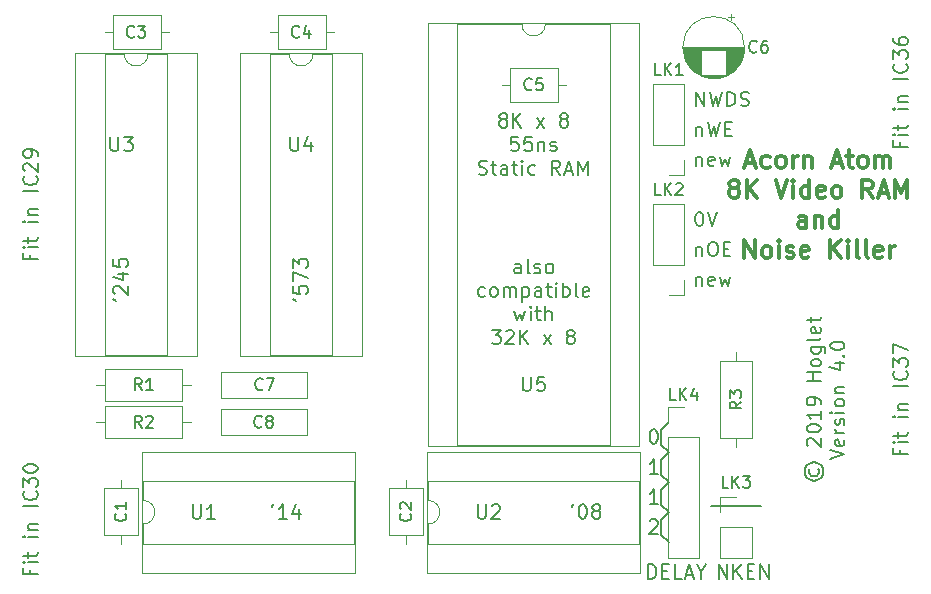
<source format=gto>
G04 #@! TF.GenerationSoftware,KiCad,Pcbnew,5.0.2-bee76a0~70~ubuntu16.04.1*
G04 #@! TF.CreationDate,2019-07-25T13:08:08+01:00*
G04 #@! TF.ProjectId,AtomRamAndNoiseKiller,41746f6d-5261-46d4-916e-644e6f697365,rev?*
G04 #@! TF.SameCoordinates,PX8e4fe28PY93c3260*
G04 #@! TF.FileFunction,Legend,Top*
G04 #@! TF.FilePolarity,Positive*
%FSLAX46Y46*%
G04 Gerber Fmt 4.6, Leading zero omitted, Abs format (unit mm)*
G04 Created by KiCad (PCBNEW 5.0.2-bee76a0~70~ubuntu16.04.1) date Thu 25 Jul 2019 13:08:08 BST*
%MOMM*%
%LPD*%
G01*
G04 APERTURE LIST*
%ADD10C,0.200000*%
%ADD11C,0.300000*%
%ADD12C,0.120000*%
%ADD13C,0.150000*%
G04 APERTURE END LIST*
D10*
X54610000Y5080000D02*
X55245000Y4445000D01*
X54610000Y6350000D02*
X54610000Y5080000D01*
X55245000Y6985000D02*
X54610000Y6350000D01*
X54610000Y7620000D02*
X55245000Y6985000D01*
X54610000Y8890000D02*
X54610000Y7620000D01*
X55245000Y9525000D02*
X54610000Y8890000D01*
X54610000Y10160000D02*
X55245000Y9525000D01*
X54610000Y11430000D02*
X54610000Y10160000D01*
X55245000Y12065000D02*
X54610000Y11430000D01*
X54610000Y12700000D02*
X55245000Y12065000D01*
X54610000Y13970000D02*
X54610000Y12700000D01*
X55245000Y14605000D02*
X54610000Y13970000D01*
X47174285Y7642143D02*
X47060000Y7413572D01*
X47917142Y7642143D02*
X48031428Y7642143D01*
X48145714Y7585000D01*
X48202857Y7527858D01*
X48260000Y7413572D01*
X48317142Y7185000D01*
X48317142Y6899286D01*
X48260000Y6670715D01*
X48202857Y6556429D01*
X48145714Y6499286D01*
X48031428Y6442143D01*
X47917142Y6442143D01*
X47802857Y6499286D01*
X47745714Y6556429D01*
X47688571Y6670715D01*
X47631428Y6899286D01*
X47631428Y7185000D01*
X47688571Y7413572D01*
X47745714Y7527858D01*
X47802857Y7585000D01*
X47917142Y7642143D01*
X49002857Y7127858D02*
X48888571Y7185000D01*
X48831428Y7242143D01*
X48774285Y7356429D01*
X48774285Y7413572D01*
X48831428Y7527858D01*
X48888571Y7585000D01*
X49002857Y7642143D01*
X49231428Y7642143D01*
X49345714Y7585000D01*
X49402857Y7527858D01*
X49460000Y7413572D01*
X49460000Y7356429D01*
X49402857Y7242143D01*
X49345714Y7185000D01*
X49231428Y7127858D01*
X49002857Y7127858D01*
X48888571Y7070715D01*
X48831428Y7013572D01*
X48774285Y6899286D01*
X48774285Y6670715D01*
X48831428Y6556429D01*
X48888571Y6499286D01*
X49002857Y6442143D01*
X49231428Y6442143D01*
X49345714Y6499286D01*
X49402857Y6556429D01*
X49460000Y6670715D01*
X49460000Y6899286D01*
X49402857Y7013572D01*
X49345714Y7070715D01*
X49231428Y7127858D01*
X53632142Y6257858D02*
X53689285Y6315000D01*
X53803571Y6372143D01*
X54089285Y6372143D01*
X54203571Y6315000D01*
X54260714Y6257858D01*
X54317857Y6143572D01*
X54317857Y6029286D01*
X54260714Y5857858D01*
X53575000Y5172143D01*
X54317857Y5172143D01*
X53917857Y13992143D02*
X54032142Y13992143D01*
X54146428Y13935000D01*
X54203571Y13877858D01*
X54260714Y13763572D01*
X54317857Y13535000D01*
X54317857Y13249286D01*
X54260714Y13020715D01*
X54203571Y12906429D01*
X54146428Y12849286D01*
X54032142Y12792143D01*
X53917857Y12792143D01*
X53803571Y12849286D01*
X53746428Y12906429D01*
X53689285Y13020715D01*
X53632142Y13249286D01*
X53632142Y13535000D01*
X53689285Y13763572D01*
X53746428Y13877858D01*
X53803571Y13935000D01*
X53917857Y13992143D01*
X54317857Y10252143D02*
X53632142Y10252143D01*
X53975000Y10252143D02*
X53975000Y11452143D01*
X53860714Y11280715D01*
X53746428Y11166429D01*
X53632142Y11109286D01*
X54317857Y7712143D02*
X53632142Y7712143D01*
X53975000Y7712143D02*
X53975000Y8912143D01*
X53860714Y8740715D01*
X53746428Y8626429D01*
X53632142Y8569286D01*
X53508571Y1362143D02*
X53508571Y2562143D01*
X53794285Y2562143D01*
X53965714Y2505000D01*
X54080000Y2390715D01*
X54137142Y2276429D01*
X54194285Y2047858D01*
X54194285Y1876429D01*
X54137142Y1647858D01*
X54080000Y1533572D01*
X53965714Y1419286D01*
X53794285Y1362143D01*
X53508571Y1362143D01*
X54708571Y1990715D02*
X55108571Y1990715D01*
X55280000Y1362143D02*
X54708571Y1362143D01*
X54708571Y2562143D01*
X55280000Y2562143D01*
X56365714Y1362143D02*
X55794285Y1362143D01*
X55794285Y2562143D01*
X56708571Y1705000D02*
X57280000Y1705000D01*
X56594285Y1362143D02*
X56994285Y2562143D01*
X57394285Y1362143D01*
X58022857Y1933572D02*
X58022857Y1362143D01*
X57622857Y2562143D02*
X58022857Y1933572D01*
X58422857Y2562143D01*
X67208571Y10652858D02*
X67151428Y10538572D01*
X67151428Y10310000D01*
X67208571Y10195715D01*
X67322857Y10081429D01*
X67437142Y10024286D01*
X67665714Y10024286D01*
X67780000Y10081429D01*
X67894285Y10195715D01*
X67951428Y10310000D01*
X67951428Y10538572D01*
X67894285Y10652858D01*
X66751428Y10424286D02*
X66808571Y10138572D01*
X66980000Y9852858D01*
X67265714Y9681429D01*
X67551428Y9624286D01*
X67837142Y9681429D01*
X68122857Y9852858D01*
X68294285Y10138572D01*
X68351428Y10424286D01*
X68294285Y10710000D01*
X68122857Y10995715D01*
X67837142Y11167143D01*
X67551428Y11224286D01*
X67265714Y11167143D01*
X66980000Y10995715D01*
X66808571Y10710000D01*
X66751428Y10424286D01*
X67037142Y12595715D02*
X66980000Y12652858D01*
X66922857Y12767143D01*
X66922857Y13052858D01*
X66980000Y13167143D01*
X67037142Y13224286D01*
X67151428Y13281429D01*
X67265714Y13281429D01*
X67437142Y13224286D01*
X68122857Y12538572D01*
X68122857Y13281429D01*
X66922857Y14024286D02*
X66922857Y14138572D01*
X66980000Y14252858D01*
X67037142Y14310000D01*
X67151428Y14367143D01*
X67380000Y14424286D01*
X67665714Y14424286D01*
X67894285Y14367143D01*
X68008571Y14310000D01*
X68065714Y14252858D01*
X68122857Y14138572D01*
X68122857Y14024286D01*
X68065714Y13910000D01*
X68008571Y13852858D01*
X67894285Y13795715D01*
X67665714Y13738572D01*
X67380000Y13738572D01*
X67151428Y13795715D01*
X67037142Y13852858D01*
X66980000Y13910000D01*
X66922857Y14024286D01*
X68122857Y15567143D02*
X68122857Y14881429D01*
X68122857Y15224286D02*
X66922857Y15224286D01*
X67094285Y15110000D01*
X67208571Y14995715D01*
X67265714Y14881429D01*
X68122857Y16138572D02*
X68122857Y16367143D01*
X68065714Y16481429D01*
X68008571Y16538572D01*
X67837142Y16652858D01*
X67608571Y16710000D01*
X67151428Y16710000D01*
X67037142Y16652858D01*
X66980000Y16595715D01*
X66922857Y16481429D01*
X66922857Y16252858D01*
X66980000Y16138572D01*
X67037142Y16081429D01*
X67151428Y16024286D01*
X67437142Y16024286D01*
X67551428Y16081429D01*
X67608571Y16138572D01*
X67665714Y16252858D01*
X67665714Y16481429D01*
X67608571Y16595715D01*
X67551428Y16652858D01*
X67437142Y16710000D01*
X68122857Y18138572D02*
X66922857Y18138572D01*
X67494285Y18138572D02*
X67494285Y18824286D01*
X68122857Y18824286D02*
X66922857Y18824286D01*
X68122857Y19567143D02*
X68065714Y19452858D01*
X68008571Y19395715D01*
X67894285Y19338572D01*
X67551428Y19338572D01*
X67437142Y19395715D01*
X67380000Y19452858D01*
X67322857Y19567143D01*
X67322857Y19738572D01*
X67380000Y19852858D01*
X67437142Y19910000D01*
X67551428Y19967143D01*
X67894285Y19967143D01*
X68008571Y19910000D01*
X68065714Y19852858D01*
X68122857Y19738572D01*
X68122857Y19567143D01*
X67322857Y20995715D02*
X68294285Y20995715D01*
X68408571Y20938572D01*
X68465714Y20881429D01*
X68522857Y20767143D01*
X68522857Y20595715D01*
X68465714Y20481429D01*
X68065714Y20995715D02*
X68122857Y20881429D01*
X68122857Y20652858D01*
X68065714Y20538572D01*
X68008571Y20481429D01*
X67894285Y20424286D01*
X67551428Y20424286D01*
X67437142Y20481429D01*
X67380000Y20538572D01*
X67322857Y20652858D01*
X67322857Y20881429D01*
X67380000Y20995715D01*
X68122857Y21738572D02*
X68065714Y21624286D01*
X67951428Y21567143D01*
X66922857Y21567143D01*
X68065714Y22652858D02*
X68122857Y22538572D01*
X68122857Y22310000D01*
X68065714Y22195715D01*
X67951428Y22138572D01*
X67494285Y22138572D01*
X67380000Y22195715D01*
X67322857Y22310000D01*
X67322857Y22538572D01*
X67380000Y22652858D01*
X67494285Y22710000D01*
X67608571Y22710000D01*
X67722857Y22138572D01*
X67322857Y23052858D02*
X67322857Y23510000D01*
X66922857Y23224286D02*
X67951428Y23224286D01*
X68065714Y23281429D01*
X68122857Y23395715D01*
X68122857Y23510000D01*
X68922857Y11481429D02*
X70122857Y11881429D01*
X68922857Y12281429D01*
X70065714Y13138572D02*
X70122857Y13024286D01*
X70122857Y12795715D01*
X70065714Y12681429D01*
X69951428Y12624286D01*
X69494285Y12624286D01*
X69380000Y12681429D01*
X69322857Y12795715D01*
X69322857Y13024286D01*
X69380000Y13138572D01*
X69494285Y13195715D01*
X69608571Y13195715D01*
X69722857Y12624286D01*
X70122857Y13710000D02*
X69322857Y13710000D01*
X69551428Y13710000D02*
X69437142Y13767143D01*
X69380000Y13824286D01*
X69322857Y13938572D01*
X69322857Y14052858D01*
X70065714Y14395715D02*
X70122857Y14510000D01*
X70122857Y14738572D01*
X70065714Y14852858D01*
X69951428Y14910000D01*
X69894285Y14910000D01*
X69780000Y14852858D01*
X69722857Y14738572D01*
X69722857Y14567143D01*
X69665714Y14452858D01*
X69551428Y14395715D01*
X69494285Y14395715D01*
X69380000Y14452858D01*
X69322857Y14567143D01*
X69322857Y14738572D01*
X69380000Y14852858D01*
X70122857Y15424286D02*
X69322857Y15424286D01*
X68922857Y15424286D02*
X68980000Y15367143D01*
X69037142Y15424286D01*
X68980000Y15481429D01*
X68922857Y15424286D01*
X69037142Y15424286D01*
X70122857Y16167143D02*
X70065714Y16052858D01*
X70008571Y15995715D01*
X69894285Y15938572D01*
X69551428Y15938572D01*
X69437142Y15995715D01*
X69380000Y16052858D01*
X69322857Y16167143D01*
X69322857Y16338572D01*
X69380000Y16452858D01*
X69437142Y16510000D01*
X69551428Y16567143D01*
X69894285Y16567143D01*
X70008571Y16510000D01*
X70065714Y16452858D01*
X70122857Y16338572D01*
X70122857Y16167143D01*
X69322857Y17081429D02*
X70122857Y17081429D01*
X69437142Y17081429D02*
X69380000Y17138572D01*
X69322857Y17252858D01*
X69322857Y17424286D01*
X69380000Y17538572D01*
X69494285Y17595715D01*
X70122857Y17595715D01*
X69322857Y19595715D02*
X70122857Y19595715D01*
X68865714Y19310000D02*
X69722857Y19024286D01*
X69722857Y19767143D01*
X70008571Y20224286D02*
X70065714Y20281429D01*
X70122857Y20224286D01*
X70065714Y20167143D01*
X70008571Y20224286D01*
X70122857Y20224286D01*
X68922857Y21024286D02*
X68922857Y21138572D01*
X68980000Y21252858D01*
X69037142Y21310000D01*
X69151428Y21367143D01*
X69380000Y21424286D01*
X69665714Y21424286D01*
X69894285Y21367143D01*
X70008571Y21310000D01*
X70065714Y21252858D01*
X70122857Y21138572D01*
X70122857Y21024286D01*
X70065714Y20910000D01*
X70008571Y20852858D01*
X69894285Y20795715D01*
X69665714Y20738572D01*
X69380000Y20738572D01*
X69151428Y20795715D01*
X69037142Y20852858D01*
X68980000Y20910000D01*
X68922857Y21024286D01*
X42729285Y27222143D02*
X42729285Y27850715D01*
X42672142Y27965000D01*
X42557857Y28022143D01*
X42329285Y28022143D01*
X42215000Y27965000D01*
X42729285Y27279286D02*
X42615000Y27222143D01*
X42329285Y27222143D01*
X42215000Y27279286D01*
X42157857Y27393572D01*
X42157857Y27507858D01*
X42215000Y27622143D01*
X42329285Y27679286D01*
X42615000Y27679286D01*
X42729285Y27736429D01*
X43472142Y27222143D02*
X43357857Y27279286D01*
X43300714Y27393572D01*
X43300714Y28422143D01*
X43872142Y27279286D02*
X43986428Y27222143D01*
X44215000Y27222143D01*
X44329285Y27279286D01*
X44386428Y27393572D01*
X44386428Y27450715D01*
X44329285Y27565000D01*
X44215000Y27622143D01*
X44043571Y27622143D01*
X43929285Y27679286D01*
X43872142Y27793572D01*
X43872142Y27850715D01*
X43929285Y27965000D01*
X44043571Y28022143D01*
X44215000Y28022143D01*
X44329285Y27965000D01*
X45072142Y27222143D02*
X44957857Y27279286D01*
X44900714Y27336429D01*
X44843571Y27450715D01*
X44843571Y27793572D01*
X44900714Y27907858D01*
X44957857Y27965000D01*
X45072142Y28022143D01*
X45243571Y28022143D01*
X45357857Y27965000D01*
X45415000Y27907858D01*
X45472142Y27793572D01*
X45472142Y27450715D01*
X45415000Y27336429D01*
X45357857Y27279286D01*
X45243571Y27222143D01*
X45072142Y27222143D01*
X39672142Y25279286D02*
X39557857Y25222143D01*
X39329285Y25222143D01*
X39215000Y25279286D01*
X39157857Y25336429D01*
X39100714Y25450715D01*
X39100714Y25793572D01*
X39157857Y25907858D01*
X39215000Y25965000D01*
X39329285Y26022143D01*
X39557857Y26022143D01*
X39672142Y25965000D01*
X40357857Y25222143D02*
X40243571Y25279286D01*
X40186428Y25336429D01*
X40129285Y25450715D01*
X40129285Y25793572D01*
X40186428Y25907858D01*
X40243571Y25965000D01*
X40357857Y26022143D01*
X40529285Y26022143D01*
X40643571Y25965000D01*
X40700714Y25907858D01*
X40757857Y25793572D01*
X40757857Y25450715D01*
X40700714Y25336429D01*
X40643571Y25279286D01*
X40529285Y25222143D01*
X40357857Y25222143D01*
X41272142Y25222143D02*
X41272142Y26022143D01*
X41272142Y25907858D02*
X41329285Y25965000D01*
X41443571Y26022143D01*
X41615000Y26022143D01*
X41729285Y25965000D01*
X41786428Y25850715D01*
X41786428Y25222143D01*
X41786428Y25850715D02*
X41843571Y25965000D01*
X41957857Y26022143D01*
X42129285Y26022143D01*
X42243571Y25965000D01*
X42300714Y25850715D01*
X42300714Y25222143D01*
X42872142Y26022143D02*
X42872142Y24822143D01*
X42872142Y25965000D02*
X42986428Y26022143D01*
X43215000Y26022143D01*
X43329285Y25965000D01*
X43386428Y25907858D01*
X43443571Y25793572D01*
X43443571Y25450715D01*
X43386428Y25336429D01*
X43329285Y25279286D01*
X43215000Y25222143D01*
X42986428Y25222143D01*
X42872142Y25279286D01*
X44472142Y25222143D02*
X44472142Y25850715D01*
X44415000Y25965000D01*
X44300714Y26022143D01*
X44072142Y26022143D01*
X43957857Y25965000D01*
X44472142Y25279286D02*
X44357857Y25222143D01*
X44072142Y25222143D01*
X43957857Y25279286D01*
X43900714Y25393572D01*
X43900714Y25507858D01*
X43957857Y25622143D01*
X44072142Y25679286D01*
X44357857Y25679286D01*
X44472142Y25736429D01*
X44872142Y26022143D02*
X45329285Y26022143D01*
X45043571Y26422143D02*
X45043571Y25393572D01*
X45100714Y25279286D01*
X45215000Y25222143D01*
X45329285Y25222143D01*
X45729285Y25222143D02*
X45729285Y26022143D01*
X45729285Y26422143D02*
X45672142Y26365000D01*
X45729285Y26307858D01*
X45786428Y26365000D01*
X45729285Y26422143D01*
X45729285Y26307858D01*
X46300714Y25222143D02*
X46300714Y26422143D01*
X46300714Y25965000D02*
X46415000Y26022143D01*
X46643571Y26022143D01*
X46757857Y25965000D01*
X46815000Y25907858D01*
X46872142Y25793572D01*
X46872142Y25450715D01*
X46815000Y25336429D01*
X46757857Y25279286D01*
X46643571Y25222143D01*
X46415000Y25222143D01*
X46300714Y25279286D01*
X47557857Y25222143D02*
X47443571Y25279286D01*
X47386428Y25393572D01*
X47386428Y26422143D01*
X48472142Y25279286D02*
X48357857Y25222143D01*
X48129285Y25222143D01*
X48015000Y25279286D01*
X47957857Y25393572D01*
X47957857Y25850715D01*
X48015000Y25965000D01*
X48129285Y26022143D01*
X48357857Y26022143D01*
X48472142Y25965000D01*
X48529285Y25850715D01*
X48529285Y25736429D01*
X47957857Y25622143D01*
X42186428Y24022143D02*
X42415000Y23222143D01*
X42643571Y23793572D01*
X42872142Y23222143D01*
X43100714Y24022143D01*
X43557857Y23222143D02*
X43557857Y24022143D01*
X43557857Y24422143D02*
X43500714Y24365000D01*
X43557857Y24307858D01*
X43615000Y24365000D01*
X43557857Y24422143D01*
X43557857Y24307858D01*
X43957857Y24022143D02*
X44415000Y24022143D01*
X44129285Y24422143D02*
X44129285Y23393572D01*
X44186428Y23279286D01*
X44300714Y23222143D01*
X44415000Y23222143D01*
X44815000Y23222143D02*
X44815000Y24422143D01*
X45329285Y23222143D02*
X45329285Y23850715D01*
X45272142Y23965000D01*
X45157857Y24022143D01*
X44986428Y24022143D01*
X44872142Y23965000D01*
X44815000Y23907858D01*
X40272142Y22422143D02*
X41015000Y22422143D01*
X40615000Y21965000D01*
X40786428Y21965000D01*
X40900714Y21907858D01*
X40957857Y21850715D01*
X41015000Y21736429D01*
X41015000Y21450715D01*
X40957857Y21336429D01*
X40900714Y21279286D01*
X40786428Y21222143D01*
X40443571Y21222143D01*
X40329285Y21279286D01*
X40272142Y21336429D01*
X41472142Y22307858D02*
X41529285Y22365000D01*
X41643571Y22422143D01*
X41929285Y22422143D01*
X42043571Y22365000D01*
X42100714Y22307858D01*
X42157857Y22193572D01*
X42157857Y22079286D01*
X42100714Y21907858D01*
X41415000Y21222143D01*
X42157857Y21222143D01*
X42672142Y21222143D02*
X42672142Y22422143D01*
X43357857Y21222143D02*
X42843571Y21907858D01*
X43357857Y22422143D02*
X42672142Y21736429D01*
X44672142Y21222143D02*
X45300714Y22022143D01*
X44672142Y22022143D02*
X45300714Y21222143D01*
X46843571Y21907858D02*
X46729285Y21965000D01*
X46672142Y22022143D01*
X46615000Y22136429D01*
X46615000Y22193572D01*
X46672142Y22307858D01*
X46729285Y22365000D01*
X46843571Y22422143D01*
X47072142Y22422143D01*
X47186428Y22365000D01*
X47243571Y22307858D01*
X47300714Y22193572D01*
X47300714Y22136429D01*
X47243571Y22022143D01*
X47186428Y21965000D01*
X47072142Y21907858D01*
X46843571Y21907858D01*
X46729285Y21850715D01*
X46672142Y21793572D01*
X46615000Y21679286D01*
X46615000Y21450715D01*
X46672142Y21336429D01*
X46729285Y21279286D01*
X46843571Y21222143D01*
X47072142Y21222143D01*
X47186428Y21279286D01*
X47243571Y21336429D01*
X47300714Y21450715D01*
X47300714Y21679286D01*
X47243571Y21793572D01*
X47186428Y21850715D01*
X47072142Y21907858D01*
X57565714Y37087143D02*
X57565714Y36287143D01*
X57565714Y36972858D02*
X57622857Y37030000D01*
X57737142Y37087143D01*
X57908571Y37087143D01*
X58022857Y37030000D01*
X58080000Y36915715D01*
X58080000Y36287143D01*
X59108571Y36344286D02*
X58994285Y36287143D01*
X58765714Y36287143D01*
X58651428Y36344286D01*
X58594285Y36458572D01*
X58594285Y36915715D01*
X58651428Y37030000D01*
X58765714Y37087143D01*
X58994285Y37087143D01*
X59108571Y37030000D01*
X59165714Y36915715D01*
X59165714Y36801429D01*
X58594285Y36687143D01*
X59565714Y37087143D02*
X59794285Y36287143D01*
X60022857Y36858572D01*
X60251428Y36287143D01*
X60480000Y37087143D01*
X57565714Y26927143D02*
X57565714Y26127143D01*
X57565714Y26812858D02*
X57622857Y26870000D01*
X57737142Y26927143D01*
X57908571Y26927143D01*
X58022857Y26870000D01*
X58080000Y26755715D01*
X58080000Y26127143D01*
X59108571Y26184286D02*
X58994285Y26127143D01*
X58765714Y26127143D01*
X58651428Y26184286D01*
X58594285Y26298572D01*
X58594285Y26755715D01*
X58651428Y26870000D01*
X58765714Y26927143D01*
X58994285Y26927143D01*
X59108571Y26870000D01*
X59165714Y26755715D01*
X59165714Y26641429D01*
X58594285Y26527143D01*
X59565714Y26927143D02*
X59794285Y26127143D01*
X60022857Y26698572D01*
X60251428Y26127143D01*
X60480000Y26927143D01*
X57794285Y32407143D02*
X57908571Y32407143D01*
X58022857Y32350000D01*
X58080000Y32292858D01*
X58137142Y32178572D01*
X58194285Y31950000D01*
X58194285Y31664286D01*
X58137142Y31435715D01*
X58080000Y31321429D01*
X58022857Y31264286D01*
X57908571Y31207143D01*
X57794285Y31207143D01*
X57680000Y31264286D01*
X57622857Y31321429D01*
X57565714Y31435715D01*
X57508571Y31664286D01*
X57508571Y31950000D01*
X57565714Y32178572D01*
X57622857Y32292858D01*
X57680000Y32350000D01*
X57794285Y32407143D01*
X58537142Y32407143D02*
X58937142Y31207143D01*
X59337142Y32407143D01*
X57565714Y41367143D02*
X57565714Y42567143D01*
X58251428Y41367143D01*
X58251428Y42567143D01*
X58708571Y42567143D02*
X58994285Y41367143D01*
X59222857Y42224286D01*
X59451428Y41367143D01*
X59737142Y42567143D01*
X60194285Y41367143D02*
X60194285Y42567143D01*
X60480000Y42567143D01*
X60651428Y42510000D01*
X60765714Y42395715D01*
X60822857Y42281429D01*
X60880000Y42052858D01*
X60880000Y41881429D01*
X60822857Y41652858D01*
X60765714Y41538572D01*
X60651428Y41424286D01*
X60480000Y41367143D01*
X60194285Y41367143D01*
X61337142Y41424286D02*
X61508571Y41367143D01*
X61794285Y41367143D01*
X61908571Y41424286D01*
X61965714Y41481429D01*
X62022857Y41595715D01*
X62022857Y41710000D01*
X61965714Y41824286D01*
X61908571Y41881429D01*
X61794285Y41938572D01*
X61565714Y41995715D01*
X61451428Y42052858D01*
X61394285Y42110000D01*
X61337142Y42224286D01*
X61337142Y42338572D01*
X61394285Y42452858D01*
X61451428Y42510000D01*
X61565714Y42567143D01*
X61851428Y42567143D01*
X62022857Y42510000D01*
X57565714Y29467143D02*
X57565714Y28667143D01*
X57565714Y29352858D02*
X57622857Y29410000D01*
X57737142Y29467143D01*
X57908571Y29467143D01*
X58022857Y29410000D01*
X58080000Y29295715D01*
X58080000Y28667143D01*
X58880000Y29867143D02*
X59108571Y29867143D01*
X59222857Y29810000D01*
X59337142Y29695715D01*
X59394285Y29467143D01*
X59394285Y29067143D01*
X59337142Y28838572D01*
X59222857Y28724286D01*
X59108571Y28667143D01*
X58880000Y28667143D01*
X58765714Y28724286D01*
X58651428Y28838572D01*
X58594285Y29067143D01*
X58594285Y29467143D01*
X58651428Y29695715D01*
X58765714Y29810000D01*
X58880000Y29867143D01*
X59908571Y29295715D02*
X60308571Y29295715D01*
X60480000Y28667143D02*
X59908571Y28667143D01*
X59908571Y29867143D01*
X60480000Y29867143D01*
X57565714Y39627143D02*
X57565714Y38827143D01*
X57565714Y39512858D02*
X57622857Y39570000D01*
X57737142Y39627143D01*
X57908571Y39627143D01*
X58022857Y39570000D01*
X58080000Y39455715D01*
X58080000Y38827143D01*
X58537142Y40027143D02*
X58822857Y38827143D01*
X59051428Y39684286D01*
X59280000Y38827143D01*
X59565714Y40027143D01*
X60022857Y39455715D02*
X60422857Y39455715D01*
X60594285Y38827143D02*
X60022857Y38827143D01*
X60022857Y40027143D01*
X60594285Y40027143D01*
X41129285Y40242858D02*
X41015000Y40300000D01*
X40957857Y40357143D01*
X40900714Y40471429D01*
X40900714Y40528572D01*
X40957857Y40642858D01*
X41015000Y40700000D01*
X41129285Y40757143D01*
X41357857Y40757143D01*
X41472142Y40700000D01*
X41529285Y40642858D01*
X41586428Y40528572D01*
X41586428Y40471429D01*
X41529285Y40357143D01*
X41472142Y40300000D01*
X41357857Y40242858D01*
X41129285Y40242858D01*
X41015000Y40185715D01*
X40957857Y40128572D01*
X40900714Y40014286D01*
X40900714Y39785715D01*
X40957857Y39671429D01*
X41015000Y39614286D01*
X41129285Y39557143D01*
X41357857Y39557143D01*
X41472142Y39614286D01*
X41529285Y39671429D01*
X41586428Y39785715D01*
X41586428Y40014286D01*
X41529285Y40128572D01*
X41472142Y40185715D01*
X41357857Y40242858D01*
X42100714Y39557143D02*
X42100714Y40757143D01*
X42786428Y39557143D02*
X42272142Y40242858D01*
X42786428Y40757143D02*
X42100714Y40071429D01*
X44100714Y39557143D02*
X44729285Y40357143D01*
X44100714Y40357143D02*
X44729285Y39557143D01*
X46272142Y40242858D02*
X46157857Y40300000D01*
X46100714Y40357143D01*
X46043571Y40471429D01*
X46043571Y40528572D01*
X46100714Y40642858D01*
X46157857Y40700000D01*
X46272142Y40757143D01*
X46500714Y40757143D01*
X46615000Y40700000D01*
X46672142Y40642858D01*
X46729285Y40528572D01*
X46729285Y40471429D01*
X46672142Y40357143D01*
X46615000Y40300000D01*
X46500714Y40242858D01*
X46272142Y40242858D01*
X46157857Y40185715D01*
X46100714Y40128572D01*
X46043571Y40014286D01*
X46043571Y39785715D01*
X46100714Y39671429D01*
X46157857Y39614286D01*
X46272142Y39557143D01*
X46500714Y39557143D01*
X46615000Y39614286D01*
X46672142Y39671429D01*
X46729285Y39785715D01*
X46729285Y40014286D01*
X46672142Y40128572D01*
X46615000Y40185715D01*
X46500714Y40242858D01*
X42500714Y38757143D02*
X41929285Y38757143D01*
X41872142Y38185715D01*
X41929285Y38242858D01*
X42043571Y38300000D01*
X42329285Y38300000D01*
X42443571Y38242858D01*
X42500714Y38185715D01*
X42557857Y38071429D01*
X42557857Y37785715D01*
X42500714Y37671429D01*
X42443571Y37614286D01*
X42329285Y37557143D01*
X42043571Y37557143D01*
X41929285Y37614286D01*
X41872142Y37671429D01*
X43643571Y38757143D02*
X43072142Y38757143D01*
X43015000Y38185715D01*
X43072142Y38242858D01*
X43186428Y38300000D01*
X43472142Y38300000D01*
X43586428Y38242858D01*
X43643571Y38185715D01*
X43700714Y38071429D01*
X43700714Y37785715D01*
X43643571Y37671429D01*
X43586428Y37614286D01*
X43472142Y37557143D01*
X43186428Y37557143D01*
X43072142Y37614286D01*
X43015000Y37671429D01*
X44215000Y38357143D02*
X44215000Y37557143D01*
X44215000Y38242858D02*
X44272142Y38300000D01*
X44386428Y38357143D01*
X44557857Y38357143D01*
X44672142Y38300000D01*
X44729285Y38185715D01*
X44729285Y37557143D01*
X45243571Y37614286D02*
X45357857Y37557143D01*
X45586428Y37557143D01*
X45700714Y37614286D01*
X45757857Y37728572D01*
X45757857Y37785715D01*
X45700714Y37900000D01*
X45586428Y37957143D01*
X45415000Y37957143D01*
X45300714Y38014286D01*
X45243571Y38128572D01*
X45243571Y38185715D01*
X45300714Y38300000D01*
X45415000Y38357143D01*
X45586428Y38357143D01*
X45700714Y38300000D01*
X39186428Y35614286D02*
X39357857Y35557143D01*
X39643571Y35557143D01*
X39757857Y35614286D01*
X39815000Y35671429D01*
X39872142Y35785715D01*
X39872142Y35900000D01*
X39815000Y36014286D01*
X39757857Y36071429D01*
X39643571Y36128572D01*
X39415000Y36185715D01*
X39300714Y36242858D01*
X39243571Y36300000D01*
X39186428Y36414286D01*
X39186428Y36528572D01*
X39243571Y36642858D01*
X39300714Y36700000D01*
X39415000Y36757143D01*
X39700714Y36757143D01*
X39872142Y36700000D01*
X40215000Y36357143D02*
X40672142Y36357143D01*
X40386428Y36757143D02*
X40386428Y35728572D01*
X40443571Y35614286D01*
X40557857Y35557143D01*
X40672142Y35557143D01*
X41586428Y35557143D02*
X41586428Y36185715D01*
X41529285Y36300000D01*
X41415000Y36357143D01*
X41186428Y36357143D01*
X41072142Y36300000D01*
X41586428Y35614286D02*
X41472142Y35557143D01*
X41186428Y35557143D01*
X41072142Y35614286D01*
X41015000Y35728572D01*
X41015000Y35842858D01*
X41072142Y35957143D01*
X41186428Y36014286D01*
X41472142Y36014286D01*
X41586428Y36071429D01*
X41986428Y36357143D02*
X42443571Y36357143D01*
X42157857Y36757143D02*
X42157857Y35728572D01*
X42215000Y35614286D01*
X42329285Y35557143D01*
X42443571Y35557143D01*
X42843571Y35557143D02*
X42843571Y36357143D01*
X42843571Y36757143D02*
X42786428Y36700000D01*
X42843571Y36642858D01*
X42900714Y36700000D01*
X42843571Y36757143D01*
X42843571Y36642858D01*
X43929285Y35614286D02*
X43815000Y35557143D01*
X43586428Y35557143D01*
X43472142Y35614286D01*
X43415000Y35671429D01*
X43357857Y35785715D01*
X43357857Y36128572D01*
X43415000Y36242858D01*
X43472142Y36300000D01*
X43586428Y36357143D01*
X43815000Y36357143D01*
X43929285Y36300000D01*
X46043571Y35557143D02*
X45643571Y36128572D01*
X45357857Y35557143D02*
X45357857Y36757143D01*
X45815000Y36757143D01*
X45929285Y36700000D01*
X45986428Y36642858D01*
X46043571Y36528572D01*
X46043571Y36357143D01*
X45986428Y36242858D01*
X45929285Y36185715D01*
X45815000Y36128572D01*
X45357857Y36128572D01*
X46500714Y35900000D02*
X47072142Y35900000D01*
X46386428Y35557143D02*
X46786428Y36757143D01*
X47186428Y35557143D01*
X47586428Y35557143D02*
X47586428Y36757143D01*
X47986428Y35900000D01*
X48386428Y36757143D01*
X48386428Y35557143D01*
X58801000Y7493000D02*
X63068200Y7493000D01*
X21774285Y7642143D02*
X21660000Y7413572D01*
X22917142Y6442143D02*
X22231428Y6442143D01*
X22574285Y6442143D02*
X22574285Y7642143D01*
X22460000Y7470715D01*
X22345714Y7356429D01*
X22231428Y7299286D01*
X23945714Y7242143D02*
X23945714Y6442143D01*
X23660000Y7699286D02*
X23374285Y6842143D01*
X24117142Y6842143D01*
X23472857Y25012858D02*
X23701428Y24898572D01*
X23472857Y26098572D02*
X23472857Y25527143D01*
X24044285Y25470000D01*
X23987142Y25527143D01*
X23930000Y25641429D01*
X23930000Y25927143D01*
X23987142Y26041429D01*
X24044285Y26098572D01*
X24158571Y26155715D01*
X24444285Y26155715D01*
X24558571Y26098572D01*
X24615714Y26041429D01*
X24672857Y25927143D01*
X24672857Y25641429D01*
X24615714Y25527143D01*
X24558571Y25470000D01*
X23472857Y26555715D02*
X23472857Y27355715D01*
X24672857Y26841429D01*
X23472857Y27698572D02*
X23472857Y28441429D01*
X23930000Y28041429D01*
X23930000Y28212858D01*
X23987142Y28327143D01*
X24044285Y28384286D01*
X24158571Y28441429D01*
X24444285Y28441429D01*
X24558571Y28384286D01*
X24615714Y28327143D01*
X24672857Y28212858D01*
X24672857Y27870000D01*
X24615714Y27755715D01*
X24558571Y27698572D01*
X8232857Y25012858D02*
X8461428Y24898572D01*
X8347142Y25470000D02*
X8290000Y25527143D01*
X8232857Y25641429D01*
X8232857Y25927143D01*
X8290000Y26041429D01*
X8347142Y26098572D01*
X8461428Y26155715D01*
X8575714Y26155715D01*
X8747142Y26098572D01*
X9432857Y25412858D01*
X9432857Y26155715D01*
X8632857Y27184286D02*
X9432857Y27184286D01*
X8175714Y26898572D02*
X9032857Y26612858D01*
X9032857Y27355715D01*
X8232857Y28384286D02*
X8232857Y27812858D01*
X8804285Y27755715D01*
X8747142Y27812858D01*
X8690000Y27927143D01*
X8690000Y28212858D01*
X8747142Y28327143D01*
X8804285Y28384286D01*
X8918571Y28441429D01*
X9204285Y28441429D01*
X9318571Y28384286D01*
X9375714Y28327143D01*
X9432857Y28212858D01*
X9432857Y27927143D01*
X9375714Y27812858D01*
X9318571Y27755715D01*
X74844285Y12281429D02*
X74844285Y11881429D01*
X75472857Y11881429D02*
X74272857Y11881429D01*
X74272857Y12452858D01*
X75472857Y12910000D02*
X74672857Y12910000D01*
X74272857Y12910000D02*
X74330000Y12852858D01*
X74387142Y12910000D01*
X74330000Y12967143D01*
X74272857Y12910000D01*
X74387142Y12910000D01*
X74672857Y13310000D02*
X74672857Y13767143D01*
X74272857Y13481429D02*
X75301428Y13481429D01*
X75415714Y13538572D01*
X75472857Y13652858D01*
X75472857Y13767143D01*
X75472857Y15081429D02*
X74672857Y15081429D01*
X74272857Y15081429D02*
X74330000Y15024286D01*
X74387142Y15081429D01*
X74330000Y15138572D01*
X74272857Y15081429D01*
X74387142Y15081429D01*
X74672857Y15652858D02*
X75472857Y15652858D01*
X74787142Y15652858D02*
X74730000Y15710000D01*
X74672857Y15824286D01*
X74672857Y15995715D01*
X74730000Y16110000D01*
X74844285Y16167143D01*
X75472857Y16167143D01*
X75472857Y17652858D02*
X74272857Y17652858D01*
X75358571Y18910000D02*
X75415714Y18852858D01*
X75472857Y18681429D01*
X75472857Y18567143D01*
X75415714Y18395715D01*
X75301428Y18281429D01*
X75187142Y18224286D01*
X74958571Y18167143D01*
X74787142Y18167143D01*
X74558571Y18224286D01*
X74444285Y18281429D01*
X74330000Y18395715D01*
X74272857Y18567143D01*
X74272857Y18681429D01*
X74330000Y18852858D01*
X74387142Y18910000D01*
X74272857Y19310000D02*
X74272857Y20052858D01*
X74730000Y19652858D01*
X74730000Y19824286D01*
X74787142Y19938572D01*
X74844285Y19995715D01*
X74958571Y20052858D01*
X75244285Y20052858D01*
X75358571Y19995715D01*
X75415714Y19938572D01*
X75472857Y19824286D01*
X75472857Y19481429D01*
X75415714Y19367143D01*
X75358571Y19310000D01*
X74272857Y20452858D02*
X74272857Y21252858D01*
X75472857Y20738572D01*
X74844285Y38316429D02*
X74844285Y37916429D01*
X75472857Y37916429D02*
X74272857Y37916429D01*
X74272857Y38487858D01*
X75472857Y38945000D02*
X74672857Y38945000D01*
X74272857Y38945000D02*
X74330000Y38887858D01*
X74387142Y38945000D01*
X74330000Y39002143D01*
X74272857Y38945000D01*
X74387142Y38945000D01*
X74672857Y39345000D02*
X74672857Y39802143D01*
X74272857Y39516429D02*
X75301428Y39516429D01*
X75415714Y39573572D01*
X75472857Y39687858D01*
X75472857Y39802143D01*
X75472857Y41116429D02*
X74672857Y41116429D01*
X74272857Y41116429D02*
X74330000Y41059286D01*
X74387142Y41116429D01*
X74330000Y41173572D01*
X74272857Y41116429D01*
X74387142Y41116429D01*
X74672857Y41687858D02*
X75472857Y41687858D01*
X74787142Y41687858D02*
X74730000Y41745000D01*
X74672857Y41859286D01*
X74672857Y42030715D01*
X74730000Y42145000D01*
X74844285Y42202143D01*
X75472857Y42202143D01*
X75472857Y43687858D02*
X74272857Y43687858D01*
X75358571Y44945000D02*
X75415714Y44887858D01*
X75472857Y44716429D01*
X75472857Y44602143D01*
X75415714Y44430715D01*
X75301428Y44316429D01*
X75187142Y44259286D01*
X74958571Y44202143D01*
X74787142Y44202143D01*
X74558571Y44259286D01*
X74444285Y44316429D01*
X74330000Y44430715D01*
X74272857Y44602143D01*
X74272857Y44716429D01*
X74330000Y44887858D01*
X74387142Y44945000D01*
X74272857Y45345000D02*
X74272857Y46087858D01*
X74730000Y45687858D01*
X74730000Y45859286D01*
X74787142Y45973572D01*
X74844285Y46030715D01*
X74958571Y46087858D01*
X75244285Y46087858D01*
X75358571Y46030715D01*
X75415714Y45973572D01*
X75472857Y45859286D01*
X75472857Y45516429D01*
X75415714Y45402143D01*
X75358571Y45345000D01*
X74272857Y47116429D02*
X74272857Y46887858D01*
X74330000Y46773572D01*
X74387142Y46716429D01*
X74558571Y46602143D01*
X74787142Y46545000D01*
X75244285Y46545000D01*
X75358571Y46602143D01*
X75415714Y46659286D01*
X75472857Y46773572D01*
X75472857Y47002143D01*
X75415714Y47116429D01*
X75358571Y47173572D01*
X75244285Y47230715D01*
X74958571Y47230715D01*
X74844285Y47173572D01*
X74787142Y47116429D01*
X74730000Y47002143D01*
X74730000Y46773572D01*
X74787142Y46659286D01*
X74844285Y46602143D01*
X74958571Y46545000D01*
X59480714Y1362143D02*
X59480714Y2562143D01*
X60166428Y1362143D01*
X60166428Y2562143D01*
X60737857Y1362143D02*
X60737857Y2562143D01*
X61423571Y1362143D02*
X60909285Y2047858D01*
X61423571Y2562143D02*
X60737857Y1876429D01*
X61937857Y1990715D02*
X62337857Y1990715D01*
X62509285Y1362143D02*
X61937857Y1362143D01*
X61937857Y2562143D01*
X62509285Y2562143D01*
X63023571Y1362143D02*
X63023571Y2562143D01*
X63709285Y1362143D01*
X63709285Y2562143D01*
X1184285Y2121429D02*
X1184285Y1721429D01*
X1812857Y1721429D02*
X612857Y1721429D01*
X612857Y2292858D01*
X1812857Y2750000D02*
X1012857Y2750000D01*
X612857Y2750000D02*
X670000Y2692858D01*
X727142Y2750000D01*
X670000Y2807143D01*
X612857Y2750000D01*
X727142Y2750000D01*
X1012857Y3150000D02*
X1012857Y3607143D01*
X612857Y3321429D02*
X1641428Y3321429D01*
X1755714Y3378572D01*
X1812857Y3492858D01*
X1812857Y3607143D01*
X1812857Y4921429D02*
X1012857Y4921429D01*
X612857Y4921429D02*
X670000Y4864286D01*
X727142Y4921429D01*
X670000Y4978572D01*
X612857Y4921429D01*
X727142Y4921429D01*
X1012857Y5492858D02*
X1812857Y5492858D01*
X1127142Y5492858D02*
X1070000Y5550000D01*
X1012857Y5664286D01*
X1012857Y5835715D01*
X1070000Y5950000D01*
X1184285Y6007143D01*
X1812857Y6007143D01*
X1812857Y7492858D02*
X612857Y7492858D01*
X1698571Y8750000D02*
X1755714Y8692858D01*
X1812857Y8521429D01*
X1812857Y8407143D01*
X1755714Y8235715D01*
X1641428Y8121429D01*
X1527142Y8064286D01*
X1298571Y8007143D01*
X1127142Y8007143D01*
X898571Y8064286D01*
X784285Y8121429D01*
X670000Y8235715D01*
X612857Y8407143D01*
X612857Y8521429D01*
X670000Y8692858D01*
X727142Y8750000D01*
X612857Y9150000D02*
X612857Y9892858D01*
X1070000Y9492858D01*
X1070000Y9664286D01*
X1127142Y9778572D01*
X1184285Y9835715D01*
X1298571Y9892858D01*
X1584285Y9892858D01*
X1698571Y9835715D01*
X1755714Y9778572D01*
X1812857Y9664286D01*
X1812857Y9321429D01*
X1755714Y9207143D01*
X1698571Y9150000D01*
X612857Y10635715D02*
X612857Y10750000D01*
X670000Y10864286D01*
X727142Y10921429D01*
X841428Y10978572D01*
X1070000Y11035715D01*
X1355714Y11035715D01*
X1584285Y10978572D01*
X1698571Y10921429D01*
X1755714Y10864286D01*
X1812857Y10750000D01*
X1812857Y10635715D01*
X1755714Y10521429D01*
X1698571Y10464286D01*
X1584285Y10407143D01*
X1355714Y10350000D01*
X1070000Y10350000D01*
X841428Y10407143D01*
X727142Y10464286D01*
X670000Y10521429D01*
X612857Y10635715D01*
X1184285Y28791429D02*
X1184285Y28391429D01*
X1812857Y28391429D02*
X612857Y28391429D01*
X612857Y28962858D01*
X1812857Y29420000D02*
X1012857Y29420000D01*
X612857Y29420000D02*
X670000Y29362858D01*
X727142Y29420000D01*
X670000Y29477143D01*
X612857Y29420000D01*
X727142Y29420000D01*
X1012857Y29820000D02*
X1012857Y30277143D01*
X612857Y29991429D02*
X1641428Y29991429D01*
X1755714Y30048572D01*
X1812857Y30162858D01*
X1812857Y30277143D01*
X1812857Y31591429D02*
X1012857Y31591429D01*
X612857Y31591429D02*
X670000Y31534286D01*
X727142Y31591429D01*
X670000Y31648572D01*
X612857Y31591429D01*
X727142Y31591429D01*
X1012857Y32162858D02*
X1812857Y32162858D01*
X1127142Y32162858D02*
X1070000Y32220000D01*
X1012857Y32334286D01*
X1012857Y32505715D01*
X1070000Y32620000D01*
X1184285Y32677143D01*
X1812857Y32677143D01*
X1812857Y34162858D02*
X612857Y34162858D01*
X1698571Y35420000D02*
X1755714Y35362858D01*
X1812857Y35191429D01*
X1812857Y35077143D01*
X1755714Y34905715D01*
X1641428Y34791429D01*
X1527142Y34734286D01*
X1298571Y34677143D01*
X1127142Y34677143D01*
X898571Y34734286D01*
X784285Y34791429D01*
X670000Y34905715D01*
X612857Y35077143D01*
X612857Y35191429D01*
X670000Y35362858D01*
X727142Y35420000D01*
X727142Y35877143D02*
X670000Y35934286D01*
X612857Y36048572D01*
X612857Y36334286D01*
X670000Y36448572D01*
X727142Y36505715D01*
X841428Y36562858D01*
X955714Y36562858D01*
X1127142Y36505715D01*
X1812857Y35820000D01*
X1812857Y36562858D01*
X1812857Y37134286D02*
X1812857Y37362858D01*
X1755714Y37477143D01*
X1698571Y37534286D01*
X1527142Y37648572D01*
X1298571Y37705715D01*
X841428Y37705715D01*
X727142Y37648572D01*
X670000Y37591429D01*
X612857Y37477143D01*
X612857Y37248572D01*
X670000Y37134286D01*
X727142Y37077143D01*
X841428Y37020000D01*
X1127142Y37020000D01*
X1241428Y37077143D01*
X1298571Y37134286D01*
X1355714Y37248572D01*
X1355714Y37477143D01*
X1298571Y37591429D01*
X1241428Y37648572D01*
X1127142Y37705715D01*
D11*
X61802142Y36595000D02*
X62516428Y36595000D01*
X61659285Y36166429D02*
X62159285Y37666429D01*
X62659285Y36166429D01*
X63802142Y36237858D02*
X63659285Y36166429D01*
X63373571Y36166429D01*
X63230714Y36237858D01*
X63159285Y36309286D01*
X63087857Y36452143D01*
X63087857Y36880715D01*
X63159285Y37023572D01*
X63230714Y37095000D01*
X63373571Y37166429D01*
X63659285Y37166429D01*
X63802142Y37095000D01*
X64659285Y36166429D02*
X64516428Y36237858D01*
X64445000Y36309286D01*
X64373571Y36452143D01*
X64373571Y36880715D01*
X64445000Y37023572D01*
X64516428Y37095000D01*
X64659285Y37166429D01*
X64873571Y37166429D01*
X65016428Y37095000D01*
X65087857Y37023572D01*
X65159285Y36880715D01*
X65159285Y36452143D01*
X65087857Y36309286D01*
X65016428Y36237858D01*
X64873571Y36166429D01*
X64659285Y36166429D01*
X65802142Y36166429D02*
X65802142Y37166429D01*
X65802142Y36880715D02*
X65873571Y37023572D01*
X65945000Y37095000D01*
X66087857Y37166429D01*
X66230714Y37166429D01*
X66730714Y37166429D02*
X66730714Y36166429D01*
X66730714Y37023572D02*
X66802142Y37095000D01*
X66945000Y37166429D01*
X67159285Y37166429D01*
X67302142Y37095000D01*
X67373571Y36952143D01*
X67373571Y36166429D01*
X69159285Y36595000D02*
X69873571Y36595000D01*
X69016428Y36166429D02*
X69516428Y37666429D01*
X70016428Y36166429D01*
X70302142Y37166429D02*
X70873571Y37166429D01*
X70516428Y37666429D02*
X70516428Y36380715D01*
X70587857Y36237858D01*
X70730714Y36166429D01*
X70873571Y36166429D01*
X71587857Y36166429D02*
X71445000Y36237858D01*
X71373571Y36309286D01*
X71302142Y36452143D01*
X71302142Y36880715D01*
X71373571Y37023572D01*
X71445000Y37095000D01*
X71587857Y37166429D01*
X71802142Y37166429D01*
X71945000Y37095000D01*
X72016428Y37023572D01*
X72087857Y36880715D01*
X72087857Y36452143D01*
X72016428Y36309286D01*
X71945000Y36237858D01*
X71802142Y36166429D01*
X71587857Y36166429D01*
X72730714Y36166429D02*
X72730714Y37166429D01*
X72730714Y37023572D02*
X72802142Y37095000D01*
X72945000Y37166429D01*
X73159285Y37166429D01*
X73302142Y37095000D01*
X73373571Y36952143D01*
X73373571Y36166429D01*
X73373571Y36952143D02*
X73445000Y37095000D01*
X73587857Y37166429D01*
X73802142Y37166429D01*
X73945000Y37095000D01*
X74016428Y36952143D01*
X74016428Y36166429D01*
X60659285Y34473572D02*
X60516428Y34545000D01*
X60445000Y34616429D01*
X60373571Y34759286D01*
X60373571Y34830715D01*
X60445000Y34973572D01*
X60516428Y35045000D01*
X60659285Y35116429D01*
X60945000Y35116429D01*
X61087857Y35045000D01*
X61159285Y34973572D01*
X61230714Y34830715D01*
X61230714Y34759286D01*
X61159285Y34616429D01*
X61087857Y34545000D01*
X60945000Y34473572D01*
X60659285Y34473572D01*
X60516428Y34402143D01*
X60445000Y34330715D01*
X60373571Y34187858D01*
X60373571Y33902143D01*
X60445000Y33759286D01*
X60516428Y33687858D01*
X60659285Y33616429D01*
X60945000Y33616429D01*
X61087857Y33687858D01*
X61159285Y33759286D01*
X61230714Y33902143D01*
X61230714Y34187858D01*
X61159285Y34330715D01*
X61087857Y34402143D01*
X60945000Y34473572D01*
X61873571Y33616429D02*
X61873571Y35116429D01*
X62730714Y33616429D02*
X62087857Y34473572D01*
X62730714Y35116429D02*
X61873571Y34259286D01*
X64302142Y35116429D02*
X64802142Y33616429D01*
X65302142Y35116429D01*
X65802142Y33616429D02*
X65802142Y34616429D01*
X65802142Y35116429D02*
X65730714Y35045000D01*
X65802142Y34973572D01*
X65873571Y35045000D01*
X65802142Y35116429D01*
X65802142Y34973572D01*
X67159285Y33616429D02*
X67159285Y35116429D01*
X67159285Y33687858D02*
X67016428Y33616429D01*
X66730714Y33616429D01*
X66587857Y33687858D01*
X66516428Y33759286D01*
X66445000Y33902143D01*
X66445000Y34330715D01*
X66516428Y34473572D01*
X66587857Y34545000D01*
X66730714Y34616429D01*
X67016428Y34616429D01*
X67159285Y34545000D01*
X68445000Y33687858D02*
X68302142Y33616429D01*
X68016428Y33616429D01*
X67873571Y33687858D01*
X67802142Y33830715D01*
X67802142Y34402143D01*
X67873571Y34545000D01*
X68016428Y34616429D01*
X68302142Y34616429D01*
X68445000Y34545000D01*
X68516428Y34402143D01*
X68516428Y34259286D01*
X67802142Y34116429D01*
X69373571Y33616429D02*
X69230714Y33687858D01*
X69159285Y33759286D01*
X69087857Y33902143D01*
X69087857Y34330715D01*
X69159285Y34473572D01*
X69230714Y34545000D01*
X69373571Y34616429D01*
X69587857Y34616429D01*
X69730714Y34545000D01*
X69802142Y34473572D01*
X69873571Y34330715D01*
X69873571Y33902143D01*
X69802142Y33759286D01*
X69730714Y33687858D01*
X69587857Y33616429D01*
X69373571Y33616429D01*
X72516428Y33616429D02*
X72016428Y34330715D01*
X71659285Y33616429D02*
X71659285Y35116429D01*
X72230714Y35116429D01*
X72373571Y35045000D01*
X72445000Y34973572D01*
X72516428Y34830715D01*
X72516428Y34616429D01*
X72445000Y34473572D01*
X72373571Y34402143D01*
X72230714Y34330715D01*
X71659285Y34330715D01*
X73087857Y34045000D02*
X73802142Y34045000D01*
X72945000Y33616429D02*
X73445000Y35116429D01*
X73945000Y33616429D01*
X74445000Y33616429D02*
X74445000Y35116429D01*
X74945000Y34045000D01*
X75445000Y35116429D01*
X75445000Y33616429D01*
X66909285Y31066429D02*
X66909285Y31852143D01*
X66837857Y31995000D01*
X66695000Y32066429D01*
X66409285Y32066429D01*
X66266428Y31995000D01*
X66909285Y31137858D02*
X66766428Y31066429D01*
X66409285Y31066429D01*
X66266428Y31137858D01*
X66195000Y31280715D01*
X66195000Y31423572D01*
X66266428Y31566429D01*
X66409285Y31637858D01*
X66766428Y31637858D01*
X66909285Y31709286D01*
X67623571Y32066429D02*
X67623571Y31066429D01*
X67623571Y31923572D02*
X67695000Y31995000D01*
X67837857Y32066429D01*
X68052142Y32066429D01*
X68195000Y31995000D01*
X68266428Y31852143D01*
X68266428Y31066429D01*
X69623571Y31066429D02*
X69623571Y32566429D01*
X69623571Y31137858D02*
X69480714Y31066429D01*
X69195000Y31066429D01*
X69052142Y31137858D01*
X68980714Y31209286D01*
X68909285Y31352143D01*
X68909285Y31780715D01*
X68980714Y31923572D01*
X69052142Y31995000D01*
X69195000Y32066429D01*
X69480714Y32066429D01*
X69623571Y31995000D01*
X61659285Y28516429D02*
X61659285Y30016429D01*
X62516428Y28516429D01*
X62516428Y30016429D01*
X63445000Y28516429D02*
X63302142Y28587858D01*
X63230714Y28659286D01*
X63159285Y28802143D01*
X63159285Y29230715D01*
X63230714Y29373572D01*
X63302142Y29445000D01*
X63445000Y29516429D01*
X63659285Y29516429D01*
X63802142Y29445000D01*
X63873571Y29373572D01*
X63945000Y29230715D01*
X63945000Y28802143D01*
X63873571Y28659286D01*
X63802142Y28587858D01*
X63659285Y28516429D01*
X63445000Y28516429D01*
X64587857Y28516429D02*
X64587857Y29516429D01*
X64587857Y30016429D02*
X64516428Y29945000D01*
X64587857Y29873572D01*
X64659285Y29945000D01*
X64587857Y30016429D01*
X64587857Y29873572D01*
X65230714Y28587858D02*
X65373571Y28516429D01*
X65659285Y28516429D01*
X65802142Y28587858D01*
X65873571Y28730715D01*
X65873571Y28802143D01*
X65802142Y28945000D01*
X65659285Y29016429D01*
X65445000Y29016429D01*
X65302142Y29087858D01*
X65230714Y29230715D01*
X65230714Y29302143D01*
X65302142Y29445000D01*
X65445000Y29516429D01*
X65659285Y29516429D01*
X65802142Y29445000D01*
X67087857Y28587858D02*
X66945000Y28516429D01*
X66659285Y28516429D01*
X66516428Y28587858D01*
X66445000Y28730715D01*
X66445000Y29302143D01*
X66516428Y29445000D01*
X66659285Y29516429D01*
X66945000Y29516429D01*
X67087857Y29445000D01*
X67159285Y29302143D01*
X67159285Y29159286D01*
X66445000Y29016429D01*
X68945000Y28516429D02*
X68945000Y30016429D01*
X69802142Y28516429D02*
X69159285Y29373572D01*
X69802142Y30016429D02*
X68945000Y29159286D01*
X70445000Y28516429D02*
X70445000Y29516429D01*
X70445000Y30016429D02*
X70373571Y29945000D01*
X70445000Y29873572D01*
X70516428Y29945000D01*
X70445000Y30016429D01*
X70445000Y29873572D01*
X71373571Y28516429D02*
X71230714Y28587858D01*
X71159285Y28730715D01*
X71159285Y30016429D01*
X72159285Y28516429D02*
X72016428Y28587858D01*
X71945000Y28730715D01*
X71945000Y30016429D01*
X73302142Y28587858D02*
X73159285Y28516429D01*
X72873571Y28516429D01*
X72730714Y28587858D01*
X72659285Y28730715D01*
X72659285Y29302143D01*
X72730714Y29445000D01*
X72873571Y29516429D01*
X73159285Y29516429D01*
X73302142Y29445000D01*
X73373571Y29302143D01*
X73373571Y29159286D01*
X72659285Y29016429D01*
X74016428Y28516429D02*
X74016428Y29516429D01*
X74016428Y29230715D02*
X74087857Y29373572D01*
X74159285Y29445000D01*
X74302142Y29516429D01*
X74445000Y29516429D01*
D12*
G04 #@! TO.C,LK4*
X55185000Y15935000D02*
X56515000Y15935000D01*
X55185000Y14605000D02*
X55185000Y15935000D01*
X55185000Y13335000D02*
X57845000Y13335000D01*
X57845000Y13335000D02*
X57845000Y3115000D01*
X55185000Y13335000D02*
X55185000Y3115000D01*
X55185000Y3115000D02*
X57845000Y3115000D01*
G04 #@! TO.C,U2*
X34805000Y12125000D02*
X34805000Y1845000D01*
X52825000Y12125000D02*
X34805000Y12125000D01*
X52825000Y1845000D02*
X52825000Y12125000D01*
X34805000Y1845000D02*
X52825000Y1845000D01*
X34865000Y9635000D02*
X34865000Y7985000D01*
X52765000Y9635000D02*
X34865000Y9635000D01*
X52765000Y4335000D02*
X52765000Y9635000D01*
X34865000Y4335000D02*
X52765000Y4335000D01*
X34865000Y5985000D02*
X34865000Y4335000D01*
X34865000Y7985000D02*
G75*
G02X34865000Y5985000I0J-1000000D01*
G01*
G04 #@! TO.C,LK3*
X59630000Y8315000D02*
X60960000Y8315000D01*
X59630000Y6985000D02*
X59630000Y8315000D01*
X59630000Y5715000D02*
X62290000Y5715000D01*
X62290000Y5715000D02*
X62290000Y3115000D01*
X59630000Y5715000D02*
X59630000Y3115000D01*
X59630000Y3115000D02*
X62290000Y3115000D01*
G04 #@! TO.C,LK2*
X56575000Y25340000D02*
X55245000Y25340000D01*
X56575000Y26670000D02*
X56575000Y25340000D01*
X56575000Y27940000D02*
X53915000Y27940000D01*
X53915000Y27940000D02*
X53915000Y33080000D01*
X56575000Y27940000D02*
X56575000Y33080000D01*
X56575000Y33080000D02*
X53915000Y33080000D01*
G04 #@! TO.C,LK1*
X56575000Y35500000D02*
X55245000Y35500000D01*
X56575000Y36830000D02*
X56575000Y35500000D01*
X56575000Y38100000D02*
X53915000Y38100000D01*
X53915000Y38100000D02*
X53915000Y43240000D01*
X56575000Y38100000D02*
X56575000Y43240000D01*
X56575000Y43240000D02*
X53915000Y43240000D01*
G04 #@! TO.C,C2*
X33020000Y4335000D02*
X33020000Y5025000D01*
X33020000Y9755000D02*
X33020000Y9065000D01*
X34440000Y5025000D02*
X34440000Y9065000D01*
X31600000Y5025000D02*
X34440000Y5025000D01*
X31600000Y9065000D02*
X31600000Y5025000D01*
X34440000Y9065000D02*
X31600000Y9065000D01*
G04 #@! TO.C,U1*
X10675000Y12125000D02*
X10675000Y1845000D01*
X28695000Y12125000D02*
X10675000Y12125000D01*
X28695000Y1845000D02*
X28695000Y12125000D01*
X10675000Y1845000D02*
X28695000Y1845000D01*
X10735000Y9635000D02*
X10735000Y7985000D01*
X28635000Y9635000D02*
X10735000Y9635000D01*
X28635000Y4335000D02*
X28635000Y9635000D01*
X10735000Y4335000D02*
X28635000Y4335000D01*
X10735000Y5985000D02*
X10735000Y4335000D01*
X10735000Y7985000D02*
G75*
G02X10735000Y5985000I0J-1000000D01*
G01*
G04 #@! TO.C,C8*
X24615000Y15725000D02*
X24615000Y13485000D01*
X17375000Y15725000D02*
X17375000Y13485000D01*
X17375000Y13485000D02*
X24615000Y13485000D01*
X17375000Y15725000D02*
X24615000Y15725000D01*
G04 #@! TO.C,C1*
X8890000Y4335000D02*
X8890000Y5025000D01*
X8890000Y9755000D02*
X8890000Y9065000D01*
X10310000Y5025000D02*
X10310000Y9065000D01*
X7470000Y5025000D02*
X10310000Y5025000D01*
X7470000Y9065000D02*
X7470000Y5025000D01*
X10310000Y9065000D02*
X7470000Y9065000D01*
G04 #@! TO.C,C3*
X7510000Y47625000D02*
X8200000Y47625000D01*
X12930000Y47625000D02*
X12240000Y47625000D01*
X8200000Y46205000D02*
X12240000Y46205000D01*
X8200000Y49045000D02*
X8200000Y46205000D01*
X12240000Y49045000D02*
X8200000Y49045000D01*
X12240000Y46205000D02*
X12240000Y49045000D01*
G04 #@! TO.C,C4*
X21480000Y47625000D02*
X22170000Y47625000D01*
X26900000Y47625000D02*
X26210000Y47625000D01*
X22170000Y46205000D02*
X26210000Y46205000D01*
X22170000Y49045000D02*
X22170000Y46205000D01*
X26210000Y49045000D02*
X22170000Y49045000D01*
X26210000Y46205000D02*
X26210000Y49045000D01*
G04 #@! TO.C,C5*
X41165000Y43180000D02*
X41855000Y43180000D01*
X46585000Y43180000D02*
X45895000Y43180000D01*
X41855000Y41760000D02*
X45895000Y41760000D01*
X41855000Y44600000D02*
X41855000Y41760000D01*
X45895000Y44600000D02*
X41855000Y44600000D01*
X45895000Y41760000D02*
X45895000Y44600000D01*
G04 #@! TO.C,U5*
X52765000Y48380000D02*
X34865000Y48380000D01*
X52765000Y12580000D02*
X52765000Y48380000D01*
X34865000Y12580000D02*
X52765000Y12580000D01*
X34865000Y48380000D02*
X34865000Y12580000D01*
X50275000Y48320000D02*
X44815000Y48320000D01*
X50275000Y12640000D02*
X50275000Y48320000D01*
X37355000Y12640000D02*
X50275000Y12640000D01*
X37355000Y48320000D02*
X37355000Y12640000D01*
X42815000Y48320000D02*
X37355000Y48320000D01*
X44815000Y48320000D02*
G75*
G02X42815000Y48320000I-1000000J0D01*
G01*
G04 #@! TO.C,C6*
X60780000Y48889775D02*
X60280000Y48889775D01*
X60530000Y49139775D02*
X60530000Y48639775D01*
X59339000Y43734000D02*
X58771000Y43734000D01*
X59573000Y43774000D02*
X58537000Y43774000D01*
X59732000Y43814000D02*
X58378000Y43814000D01*
X59860000Y43854000D02*
X58250000Y43854000D01*
X59970000Y43894000D02*
X58140000Y43894000D01*
X60066000Y43934000D02*
X58044000Y43934000D01*
X60153000Y43974000D02*
X57957000Y43974000D01*
X60233000Y44014000D02*
X57877000Y44014000D01*
X58015000Y44054000D02*
X57804000Y44054000D01*
X60306000Y44054000D02*
X60095000Y44054000D01*
X58015000Y44094000D02*
X57736000Y44094000D01*
X60374000Y44094000D02*
X60095000Y44094000D01*
X58015000Y44134000D02*
X57672000Y44134000D01*
X60438000Y44134000D02*
X60095000Y44134000D01*
X58015000Y44174000D02*
X57612000Y44174000D01*
X60498000Y44174000D02*
X60095000Y44174000D01*
X58015000Y44214000D02*
X57555000Y44214000D01*
X60555000Y44214000D02*
X60095000Y44214000D01*
X58015000Y44254000D02*
X57501000Y44254000D01*
X60609000Y44254000D02*
X60095000Y44254000D01*
X58015000Y44294000D02*
X57450000Y44294000D01*
X60660000Y44294000D02*
X60095000Y44294000D01*
X58015000Y44334000D02*
X57402000Y44334000D01*
X60708000Y44334000D02*
X60095000Y44334000D01*
X58015000Y44374000D02*
X57356000Y44374000D01*
X60754000Y44374000D02*
X60095000Y44374000D01*
X58015000Y44414000D02*
X57312000Y44414000D01*
X60798000Y44414000D02*
X60095000Y44414000D01*
X58015000Y44454000D02*
X57270000Y44454000D01*
X60840000Y44454000D02*
X60095000Y44454000D01*
X58015000Y44494000D02*
X57229000Y44494000D01*
X60881000Y44494000D02*
X60095000Y44494000D01*
X58015000Y44534000D02*
X57191000Y44534000D01*
X60919000Y44534000D02*
X60095000Y44534000D01*
X58015000Y44574000D02*
X57154000Y44574000D01*
X60956000Y44574000D02*
X60095000Y44574000D01*
X58015000Y44614000D02*
X57118000Y44614000D01*
X60992000Y44614000D02*
X60095000Y44614000D01*
X58015000Y44654000D02*
X57084000Y44654000D01*
X61026000Y44654000D02*
X60095000Y44654000D01*
X58015000Y44694000D02*
X57051000Y44694000D01*
X61059000Y44694000D02*
X60095000Y44694000D01*
X58015000Y44734000D02*
X57020000Y44734000D01*
X61090000Y44734000D02*
X60095000Y44734000D01*
X58015000Y44774000D02*
X56990000Y44774000D01*
X61120000Y44774000D02*
X60095000Y44774000D01*
X58015000Y44814000D02*
X56960000Y44814000D01*
X61150000Y44814000D02*
X60095000Y44814000D01*
X58015000Y44854000D02*
X56933000Y44854000D01*
X61177000Y44854000D02*
X60095000Y44854000D01*
X58015000Y44894000D02*
X56906000Y44894000D01*
X61204000Y44894000D02*
X60095000Y44894000D01*
X58015000Y44934000D02*
X56880000Y44934000D01*
X61230000Y44934000D02*
X60095000Y44934000D01*
X58015000Y44974000D02*
X56855000Y44974000D01*
X61255000Y44974000D02*
X60095000Y44974000D01*
X58015000Y45014000D02*
X56831000Y45014000D01*
X61279000Y45014000D02*
X60095000Y45014000D01*
X58015000Y45054000D02*
X56808000Y45054000D01*
X61302000Y45054000D02*
X60095000Y45054000D01*
X58015000Y45094000D02*
X56787000Y45094000D01*
X61323000Y45094000D02*
X60095000Y45094000D01*
X58015000Y45134000D02*
X56765000Y45134000D01*
X61345000Y45134000D02*
X60095000Y45134000D01*
X58015000Y45174000D02*
X56745000Y45174000D01*
X61365000Y45174000D02*
X60095000Y45174000D01*
X58015000Y45214000D02*
X56726000Y45214000D01*
X61384000Y45214000D02*
X60095000Y45214000D01*
X58015000Y45254000D02*
X56707000Y45254000D01*
X61403000Y45254000D02*
X60095000Y45254000D01*
X58015000Y45294000D02*
X56690000Y45294000D01*
X61420000Y45294000D02*
X60095000Y45294000D01*
X58015000Y45334000D02*
X56673000Y45334000D01*
X61437000Y45334000D02*
X60095000Y45334000D01*
X58015000Y45374000D02*
X56657000Y45374000D01*
X61453000Y45374000D02*
X60095000Y45374000D01*
X58015000Y45414000D02*
X56641000Y45414000D01*
X61469000Y45414000D02*
X60095000Y45414000D01*
X58015000Y45454000D02*
X56627000Y45454000D01*
X61483000Y45454000D02*
X60095000Y45454000D01*
X58015000Y45494000D02*
X56613000Y45494000D01*
X61497000Y45494000D02*
X60095000Y45494000D01*
X58015000Y45534000D02*
X56600000Y45534000D01*
X61510000Y45534000D02*
X60095000Y45534000D01*
X58015000Y45574000D02*
X56587000Y45574000D01*
X61523000Y45574000D02*
X60095000Y45574000D01*
X58015000Y45614000D02*
X56575000Y45614000D01*
X61535000Y45614000D02*
X60095000Y45614000D01*
X58015000Y45655000D02*
X56564000Y45655000D01*
X61546000Y45655000D02*
X60095000Y45655000D01*
X58015000Y45695000D02*
X56554000Y45695000D01*
X61556000Y45695000D02*
X60095000Y45695000D01*
X58015000Y45735000D02*
X56544000Y45735000D01*
X61566000Y45735000D02*
X60095000Y45735000D01*
X58015000Y45775000D02*
X56535000Y45775000D01*
X61575000Y45775000D02*
X60095000Y45775000D01*
X58015000Y45815000D02*
X56527000Y45815000D01*
X61583000Y45815000D02*
X60095000Y45815000D01*
X58015000Y45855000D02*
X56519000Y45855000D01*
X61591000Y45855000D02*
X60095000Y45855000D01*
X58015000Y45895000D02*
X56512000Y45895000D01*
X61598000Y45895000D02*
X60095000Y45895000D01*
X58015000Y45935000D02*
X56505000Y45935000D01*
X61605000Y45935000D02*
X60095000Y45935000D01*
X58015000Y45975000D02*
X56499000Y45975000D01*
X61611000Y45975000D02*
X60095000Y45975000D01*
X58015000Y46015000D02*
X56494000Y46015000D01*
X61616000Y46015000D02*
X60095000Y46015000D01*
X58015000Y46055000D02*
X56490000Y46055000D01*
X61620000Y46055000D02*
X60095000Y46055000D01*
X58015000Y46095000D02*
X56486000Y46095000D01*
X61624000Y46095000D02*
X60095000Y46095000D01*
X61628000Y46135000D02*
X56482000Y46135000D01*
X61631000Y46175000D02*
X56479000Y46175000D01*
X61633000Y46215000D02*
X56477000Y46215000D01*
X61634000Y46255000D02*
X56476000Y46255000D01*
X61635000Y46295000D02*
X56475000Y46295000D01*
X61635000Y46335000D02*
X56475000Y46335000D01*
X61675000Y46335000D02*
G75*
G03X61675000Y46335000I-2620000J0D01*
G01*
G04 #@! TO.C,C7*
X24615000Y18900000D02*
X24615000Y16660000D01*
X17375000Y18900000D02*
X17375000Y16660000D01*
X17375000Y16660000D02*
X24615000Y16660000D01*
X17375000Y18900000D02*
X24615000Y18900000D01*
G04 #@! TO.C,U3*
X15300000Y45840000D02*
X5020000Y45840000D01*
X15300000Y20200000D02*
X15300000Y45840000D01*
X5020000Y20200000D02*
X15300000Y20200000D01*
X5020000Y45840000D02*
X5020000Y20200000D01*
X12810000Y45780000D02*
X11160000Y45780000D01*
X12810000Y20260000D02*
X12810000Y45780000D01*
X7510000Y20260000D02*
X12810000Y20260000D01*
X7510000Y45780000D02*
X7510000Y20260000D01*
X9160000Y45780000D02*
X7510000Y45780000D01*
X11160000Y45780000D02*
G75*
G02X9160000Y45780000I-1000000J0D01*
G01*
G04 #@! TO.C,U4*
X29270000Y45840000D02*
X18990000Y45840000D01*
X29270000Y20200000D02*
X29270000Y45840000D01*
X18990000Y20200000D02*
X29270000Y20200000D01*
X18990000Y45840000D02*
X18990000Y20200000D01*
X26780000Y45780000D02*
X25130000Y45780000D01*
X26780000Y20260000D02*
X26780000Y45780000D01*
X21480000Y20260000D02*
X26780000Y20260000D01*
X21480000Y45780000D02*
X21480000Y20260000D01*
X23130000Y45780000D02*
X21480000Y45780000D01*
X25130000Y45780000D02*
G75*
G02X23130000Y45780000I-1000000J0D01*
G01*
G04 #@! TO.C,R3*
X60960000Y12470000D02*
X60960000Y13240000D01*
X60960000Y20550000D02*
X60960000Y19780000D01*
X62330000Y13240000D02*
X62330000Y19780000D01*
X59590000Y13240000D02*
X62330000Y13240000D01*
X59590000Y19780000D02*
X59590000Y13240000D01*
X62330000Y19780000D02*
X59590000Y19780000D01*
G04 #@! TO.C,R1*
X14835000Y17780000D02*
X14065000Y17780000D01*
X6755000Y17780000D02*
X7525000Y17780000D01*
X14065000Y19150000D02*
X7525000Y19150000D01*
X14065000Y16410000D02*
X14065000Y19150000D01*
X7525000Y16410000D02*
X14065000Y16410000D01*
X7525000Y19150000D02*
X7525000Y16410000D01*
G04 #@! TO.C,R2*
X14835000Y14605000D02*
X14065000Y14605000D01*
X6755000Y14605000D02*
X7525000Y14605000D01*
X14065000Y15975000D02*
X7525000Y15975000D01*
X14065000Y13235000D02*
X14065000Y15975000D01*
X7525000Y13235000D02*
X14065000Y13235000D01*
X7525000Y15975000D02*
X7525000Y13235000D01*
G04 #@! TO.C,LK4*
D13*
X55848333Y16482620D02*
X55372142Y16482620D01*
X55372142Y17482620D01*
X56181666Y16482620D02*
X56181666Y17482620D01*
X56753095Y16482620D02*
X56324523Y17054048D01*
X56753095Y17482620D02*
X56181666Y16911191D01*
X57610238Y17149286D02*
X57610238Y16482620D01*
X57372142Y17530239D02*
X57134047Y16815953D01*
X57753095Y16815953D01*
G04 #@! TO.C,U2*
D10*
X39090714Y7642143D02*
X39090714Y6670715D01*
X39147857Y6556429D01*
X39205000Y6499286D01*
X39319285Y6442143D01*
X39547857Y6442143D01*
X39662142Y6499286D01*
X39719285Y6556429D01*
X39776428Y6670715D01*
X39776428Y7642143D01*
X40290714Y7527858D02*
X40347857Y7585000D01*
X40462142Y7642143D01*
X40747857Y7642143D01*
X40862142Y7585000D01*
X40919285Y7527858D01*
X40976428Y7413572D01*
X40976428Y7299286D01*
X40919285Y7127858D01*
X40233571Y6442143D01*
X40976428Y6442143D01*
G04 #@! TO.C,LK3*
D13*
X60293333Y9072620D02*
X59817142Y9072620D01*
X59817142Y10072620D01*
X60626666Y9072620D02*
X60626666Y10072620D01*
X61198095Y9072620D02*
X60769523Y9644048D01*
X61198095Y10072620D02*
X60626666Y9501191D01*
X61531428Y10072620D02*
X62150476Y10072620D01*
X61817142Y9691667D01*
X61960000Y9691667D01*
X62055238Y9644048D01*
X62102857Y9596429D01*
X62150476Y9501191D01*
X62150476Y9263096D01*
X62102857Y9167858D01*
X62055238Y9120239D01*
X61960000Y9072620D01*
X61674285Y9072620D01*
X61579047Y9120239D01*
X61531428Y9167858D01*
G04 #@! TO.C,LK2*
X54578333Y33837620D02*
X54102142Y33837620D01*
X54102142Y34837620D01*
X54911666Y33837620D02*
X54911666Y34837620D01*
X55483095Y33837620D02*
X55054523Y34409048D01*
X55483095Y34837620D02*
X54911666Y34266191D01*
X55864047Y34742381D02*
X55911666Y34790000D01*
X56006904Y34837620D01*
X56245000Y34837620D01*
X56340238Y34790000D01*
X56387857Y34742381D01*
X56435476Y34647143D01*
X56435476Y34551905D01*
X56387857Y34409048D01*
X55816428Y33837620D01*
X56435476Y33837620D01*
G04 #@! TO.C,LK1*
X54578333Y43997620D02*
X54102142Y43997620D01*
X54102142Y44997620D01*
X54911666Y43997620D02*
X54911666Y44997620D01*
X55483095Y43997620D02*
X55054523Y44569048D01*
X55483095Y44997620D02*
X54911666Y44426191D01*
X56435476Y43997620D02*
X55864047Y43997620D01*
X56149761Y43997620D02*
X56149761Y44997620D01*
X56054523Y44854762D01*
X55959285Y44759524D01*
X55864047Y44711905D01*
G04 #@! TO.C,C2*
X33377142Y6878334D02*
X33424761Y6830715D01*
X33472380Y6687858D01*
X33472380Y6592620D01*
X33424761Y6449762D01*
X33329523Y6354524D01*
X33234285Y6306905D01*
X33043809Y6259286D01*
X32900952Y6259286D01*
X32710476Y6306905D01*
X32615238Y6354524D01*
X32520000Y6449762D01*
X32472380Y6592620D01*
X32472380Y6687858D01*
X32520000Y6830715D01*
X32567619Y6878334D01*
X32567619Y7259286D02*
X32520000Y7306905D01*
X32472380Y7402143D01*
X32472380Y7640239D01*
X32520000Y7735477D01*
X32567619Y7783096D01*
X32662857Y7830715D01*
X32758095Y7830715D01*
X32900952Y7783096D01*
X33472380Y7211667D01*
X33472380Y7830715D01*
G04 #@! TO.C,U1*
D10*
X14960714Y7642143D02*
X14960714Y6670715D01*
X15017857Y6556429D01*
X15075000Y6499286D01*
X15189285Y6442143D01*
X15417857Y6442143D01*
X15532142Y6499286D01*
X15589285Y6556429D01*
X15646428Y6670715D01*
X15646428Y7642143D01*
X16846428Y6442143D02*
X16160714Y6442143D01*
X16503571Y6442143D02*
X16503571Y7642143D01*
X16389285Y7470715D01*
X16275000Y7356429D01*
X16160714Y7299286D01*
G04 #@! TO.C,C8*
D13*
X20788333Y14247858D02*
X20740714Y14200239D01*
X20597857Y14152620D01*
X20502619Y14152620D01*
X20359761Y14200239D01*
X20264523Y14295477D01*
X20216904Y14390715D01*
X20169285Y14581191D01*
X20169285Y14724048D01*
X20216904Y14914524D01*
X20264523Y15009762D01*
X20359761Y15105000D01*
X20502619Y15152620D01*
X20597857Y15152620D01*
X20740714Y15105000D01*
X20788333Y15057381D01*
X21359761Y14724048D02*
X21264523Y14771667D01*
X21216904Y14819286D01*
X21169285Y14914524D01*
X21169285Y14962143D01*
X21216904Y15057381D01*
X21264523Y15105000D01*
X21359761Y15152620D01*
X21550238Y15152620D01*
X21645476Y15105000D01*
X21693095Y15057381D01*
X21740714Y14962143D01*
X21740714Y14914524D01*
X21693095Y14819286D01*
X21645476Y14771667D01*
X21550238Y14724048D01*
X21359761Y14724048D01*
X21264523Y14676429D01*
X21216904Y14628810D01*
X21169285Y14533572D01*
X21169285Y14343096D01*
X21216904Y14247858D01*
X21264523Y14200239D01*
X21359761Y14152620D01*
X21550238Y14152620D01*
X21645476Y14200239D01*
X21693095Y14247858D01*
X21740714Y14343096D01*
X21740714Y14533572D01*
X21693095Y14628810D01*
X21645476Y14676429D01*
X21550238Y14724048D01*
G04 #@! TO.C,C1*
X9247142Y6878334D02*
X9294761Y6830715D01*
X9342380Y6687858D01*
X9342380Y6592620D01*
X9294761Y6449762D01*
X9199523Y6354524D01*
X9104285Y6306905D01*
X8913809Y6259286D01*
X8770952Y6259286D01*
X8580476Y6306905D01*
X8485238Y6354524D01*
X8390000Y6449762D01*
X8342380Y6592620D01*
X8342380Y6687858D01*
X8390000Y6830715D01*
X8437619Y6878334D01*
X9342380Y7830715D02*
X9342380Y7259286D01*
X9342380Y7545000D02*
X8342380Y7545000D01*
X8485238Y7449762D01*
X8580476Y7354524D01*
X8628095Y7259286D01*
G04 #@! TO.C,C3*
X9993333Y47267858D02*
X9945714Y47220239D01*
X9802857Y47172620D01*
X9707619Y47172620D01*
X9564761Y47220239D01*
X9469523Y47315477D01*
X9421904Y47410715D01*
X9374285Y47601191D01*
X9374285Y47744048D01*
X9421904Y47934524D01*
X9469523Y48029762D01*
X9564761Y48125000D01*
X9707619Y48172620D01*
X9802857Y48172620D01*
X9945714Y48125000D01*
X9993333Y48077381D01*
X10326666Y48172620D02*
X10945714Y48172620D01*
X10612380Y47791667D01*
X10755238Y47791667D01*
X10850476Y47744048D01*
X10898095Y47696429D01*
X10945714Y47601191D01*
X10945714Y47363096D01*
X10898095Y47267858D01*
X10850476Y47220239D01*
X10755238Y47172620D01*
X10469523Y47172620D01*
X10374285Y47220239D01*
X10326666Y47267858D01*
G04 #@! TO.C,C4*
X23963333Y47267858D02*
X23915714Y47220239D01*
X23772857Y47172620D01*
X23677619Y47172620D01*
X23534761Y47220239D01*
X23439523Y47315477D01*
X23391904Y47410715D01*
X23344285Y47601191D01*
X23344285Y47744048D01*
X23391904Y47934524D01*
X23439523Y48029762D01*
X23534761Y48125000D01*
X23677619Y48172620D01*
X23772857Y48172620D01*
X23915714Y48125000D01*
X23963333Y48077381D01*
X24820476Y47839286D02*
X24820476Y47172620D01*
X24582380Y48220239D02*
X24344285Y47505953D01*
X24963333Y47505953D01*
G04 #@! TO.C,C5*
X43648333Y42822858D02*
X43600714Y42775239D01*
X43457857Y42727620D01*
X43362619Y42727620D01*
X43219761Y42775239D01*
X43124523Y42870477D01*
X43076904Y42965715D01*
X43029285Y43156191D01*
X43029285Y43299048D01*
X43076904Y43489524D01*
X43124523Y43584762D01*
X43219761Y43680000D01*
X43362619Y43727620D01*
X43457857Y43727620D01*
X43600714Y43680000D01*
X43648333Y43632381D01*
X44553095Y43727620D02*
X44076904Y43727620D01*
X44029285Y43251429D01*
X44076904Y43299048D01*
X44172142Y43346667D01*
X44410238Y43346667D01*
X44505476Y43299048D01*
X44553095Y43251429D01*
X44600714Y43156191D01*
X44600714Y42918096D01*
X44553095Y42822858D01*
X44505476Y42775239D01*
X44410238Y42727620D01*
X44172142Y42727620D01*
X44076904Y42775239D01*
X44029285Y42822858D01*
G04 #@! TO.C,U5*
D10*
X42900714Y18437143D02*
X42900714Y17465715D01*
X42957857Y17351429D01*
X43015000Y17294286D01*
X43129285Y17237143D01*
X43357857Y17237143D01*
X43472142Y17294286D01*
X43529285Y17351429D01*
X43586428Y17465715D01*
X43586428Y18437143D01*
X44729285Y18437143D02*
X44157857Y18437143D01*
X44100714Y17865715D01*
X44157857Y17922858D01*
X44272142Y17980000D01*
X44557857Y17980000D01*
X44672142Y17922858D01*
X44729285Y17865715D01*
X44786428Y17751429D01*
X44786428Y17465715D01*
X44729285Y17351429D01*
X44672142Y17294286D01*
X44557857Y17237143D01*
X44272142Y17237143D01*
X44157857Y17294286D01*
X44100714Y17351429D01*
G04 #@! TO.C,C6*
D13*
X62698333Y45997858D02*
X62650714Y45950239D01*
X62507857Y45902620D01*
X62412619Y45902620D01*
X62269761Y45950239D01*
X62174523Y46045477D01*
X62126904Y46140715D01*
X62079285Y46331191D01*
X62079285Y46474048D01*
X62126904Y46664524D01*
X62174523Y46759762D01*
X62269761Y46855000D01*
X62412619Y46902620D01*
X62507857Y46902620D01*
X62650714Y46855000D01*
X62698333Y46807381D01*
X63555476Y46902620D02*
X63365000Y46902620D01*
X63269761Y46855000D01*
X63222142Y46807381D01*
X63126904Y46664524D01*
X63079285Y46474048D01*
X63079285Y46093096D01*
X63126904Y45997858D01*
X63174523Y45950239D01*
X63269761Y45902620D01*
X63460238Y45902620D01*
X63555476Y45950239D01*
X63603095Y45997858D01*
X63650714Y46093096D01*
X63650714Y46331191D01*
X63603095Y46426429D01*
X63555476Y46474048D01*
X63460238Y46521667D01*
X63269761Y46521667D01*
X63174523Y46474048D01*
X63126904Y46426429D01*
X63079285Y46331191D01*
G04 #@! TO.C,C7*
X20868333Y17422858D02*
X20820714Y17375239D01*
X20677857Y17327620D01*
X20582619Y17327620D01*
X20439761Y17375239D01*
X20344523Y17470477D01*
X20296904Y17565715D01*
X20249285Y17756191D01*
X20249285Y17899048D01*
X20296904Y18089524D01*
X20344523Y18184762D01*
X20439761Y18280000D01*
X20582619Y18327620D01*
X20677857Y18327620D01*
X20820714Y18280000D01*
X20868333Y18232381D01*
X21201666Y18327620D02*
X21868333Y18327620D01*
X21439761Y17327620D01*
G04 #@! TO.C,U3*
D10*
X7975714Y38757143D02*
X7975714Y37785715D01*
X8032857Y37671429D01*
X8090000Y37614286D01*
X8204285Y37557143D01*
X8432857Y37557143D01*
X8547142Y37614286D01*
X8604285Y37671429D01*
X8661428Y37785715D01*
X8661428Y38757143D01*
X9118571Y38757143D02*
X9861428Y38757143D01*
X9461428Y38300000D01*
X9632857Y38300000D01*
X9747142Y38242858D01*
X9804285Y38185715D01*
X9861428Y38071429D01*
X9861428Y37785715D01*
X9804285Y37671429D01*
X9747142Y37614286D01*
X9632857Y37557143D01*
X9290000Y37557143D01*
X9175714Y37614286D01*
X9118571Y37671429D01*
G04 #@! TO.C,U4*
X23215714Y38757143D02*
X23215714Y37785715D01*
X23272857Y37671429D01*
X23330000Y37614286D01*
X23444285Y37557143D01*
X23672857Y37557143D01*
X23787142Y37614286D01*
X23844285Y37671429D01*
X23901428Y37785715D01*
X23901428Y38757143D01*
X24987142Y38357143D02*
X24987142Y37557143D01*
X24701428Y38814286D02*
X24415714Y37957143D01*
X25158571Y37957143D01*
G04 #@! TO.C,R3*
D13*
X61412380Y16343334D02*
X60936190Y16010000D01*
X61412380Y15771905D02*
X60412380Y15771905D01*
X60412380Y16152858D01*
X60460000Y16248096D01*
X60507619Y16295715D01*
X60602857Y16343334D01*
X60745714Y16343334D01*
X60840952Y16295715D01*
X60888571Y16248096D01*
X60936190Y16152858D01*
X60936190Y15771905D01*
X60412380Y16676667D02*
X60412380Y17295715D01*
X60793333Y16962381D01*
X60793333Y17105239D01*
X60840952Y17200477D01*
X60888571Y17248096D01*
X60983809Y17295715D01*
X61221904Y17295715D01*
X61317142Y17248096D01*
X61364761Y17200477D01*
X61412380Y17105239D01*
X61412380Y16819524D01*
X61364761Y16724286D01*
X61317142Y16676667D01*
G04 #@! TO.C,R1*
X10628333Y17327620D02*
X10295000Y17803810D01*
X10056904Y17327620D02*
X10056904Y18327620D01*
X10437857Y18327620D01*
X10533095Y18280000D01*
X10580714Y18232381D01*
X10628333Y18137143D01*
X10628333Y17994286D01*
X10580714Y17899048D01*
X10533095Y17851429D01*
X10437857Y17803810D01*
X10056904Y17803810D01*
X11580714Y17327620D02*
X11009285Y17327620D01*
X11295000Y17327620D02*
X11295000Y18327620D01*
X11199761Y18184762D01*
X11104523Y18089524D01*
X11009285Y18041905D01*
G04 #@! TO.C,R2*
X10628333Y14152620D02*
X10295000Y14628810D01*
X10056904Y14152620D02*
X10056904Y15152620D01*
X10437857Y15152620D01*
X10533095Y15105000D01*
X10580714Y15057381D01*
X10628333Y14962143D01*
X10628333Y14819286D01*
X10580714Y14724048D01*
X10533095Y14676429D01*
X10437857Y14628810D01*
X10056904Y14628810D01*
X11009285Y15057381D02*
X11056904Y15105000D01*
X11152142Y15152620D01*
X11390238Y15152620D01*
X11485476Y15105000D01*
X11533095Y15057381D01*
X11580714Y14962143D01*
X11580714Y14866905D01*
X11533095Y14724048D01*
X10961666Y14152620D01*
X11580714Y14152620D01*
G04 #@! TD*
M02*

</source>
